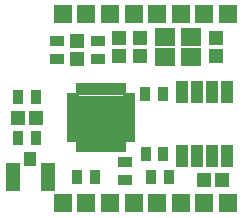
<source format=gts>
G04 #@! TF.GenerationSoftware,KiCad,Pcbnew,(2017-11-08 revision cd21218)-HEAD*
G04 #@! TF.CreationDate,2018-02-14T17:23:49+02:00*
G04 #@! TF.ProjectId,rfm69w_adapter,72666D3639775F616461707465722E6B,rev?*
G04 #@! TF.SameCoordinates,Original*
G04 #@! TF.FileFunction,Soldermask,Top*
G04 #@! TF.FilePolarity,Negative*
%FSLAX46Y46*%
G04 Gerber Fmt 4.6, Leading zero omitted, Abs format (unit mm)*
G04 Created by KiCad (PCBNEW (2017-11-08 revision cd21218)-HEAD) date Wed Feb 14 17:23:49 2018*
%MOMM*%
%LPD*%
G01*
G04 APERTURE LIST*
%ADD10R,1.600000X1.600000*%
%ADD11R,1.150000X1.200000*%
%ADD12R,1.200000X1.150000*%
%ADD13R,0.900000X1.300000*%
%ADD14R,1.300000X0.900000*%
%ADD15R,1.800000X1.600000*%
%ADD16R,1.100000X0.650000*%
%ADD17R,0.650000X1.100000*%
%ADD18R,2.125000X2.125000*%
%ADD19R,1.000000X1.950000*%
%ADD20R,1.190000X2.340000*%
%ADD21R,1.140000X1.190000*%
G04 APERTURE END LIST*
D10*
X131750000Y-79500000D03*
X129750000Y-79500000D03*
X127750000Y-79500000D03*
X125750000Y-79500000D03*
X123750000Y-79500000D03*
X121750000Y-79500000D03*
X119750000Y-79500000D03*
X117750000Y-79500000D03*
X131750000Y-63500000D03*
X129750000Y-63500000D03*
X127750000Y-63500000D03*
X125750000Y-63500000D03*
X123750000Y-63500000D03*
X119750000Y-63500000D03*
X121750000Y-63500000D03*
X117750000Y-63500000D03*
D11*
X130750000Y-65500000D03*
X130750000Y-67000000D03*
D12*
X114000000Y-72250000D03*
X115500000Y-72250000D03*
D13*
X115500000Y-74000000D03*
X114000000Y-74000000D03*
X114000000Y-70500000D03*
X115500000Y-70500000D03*
D12*
X129750000Y-77500000D03*
X131250000Y-77500000D03*
D13*
X126750000Y-77250000D03*
X125250000Y-77250000D03*
X119000000Y-77250000D03*
X120500000Y-77250000D03*
D11*
X124250000Y-67000000D03*
X124250000Y-65500000D03*
X122500000Y-65500000D03*
X122500000Y-67000000D03*
D14*
X120750000Y-67250000D03*
X120750000Y-65750000D03*
D11*
X119000000Y-65750000D03*
X119000000Y-67250000D03*
D14*
X117250000Y-67250000D03*
X117250000Y-65750000D03*
D13*
X124750000Y-70250000D03*
X126250000Y-70250000D03*
X124780000Y-75350000D03*
X126280000Y-75350000D03*
D15*
X128600000Y-67100000D03*
X126400000Y-67100000D03*
X126400000Y-65400000D03*
X128600000Y-65400000D03*
D16*
X118600000Y-70500000D03*
X118600000Y-71000000D03*
X118600000Y-71500000D03*
X118600000Y-72000000D03*
X118600000Y-72500000D03*
X118600000Y-73000000D03*
X118600000Y-73500000D03*
X118600000Y-74000000D03*
D17*
X119250000Y-74650000D03*
X119750000Y-74650000D03*
X120250000Y-74650000D03*
X120750000Y-74650000D03*
X121250000Y-74650000D03*
X121750000Y-74650000D03*
X122250000Y-74650000D03*
X122750000Y-74650000D03*
D16*
X123400000Y-74000000D03*
X123400000Y-73500000D03*
X123400000Y-73000000D03*
X123400000Y-72500000D03*
X123400000Y-72000000D03*
X123400000Y-71500000D03*
X123400000Y-71000000D03*
X123400000Y-70500000D03*
D17*
X122750000Y-69850000D03*
X122250000Y-69850000D03*
X121750000Y-69850000D03*
X121250000Y-69850000D03*
X120750000Y-69850000D03*
X120250000Y-69850000D03*
X119750000Y-69850000D03*
X119250000Y-69850000D03*
D18*
X121862500Y-73112500D03*
X121862500Y-71387500D03*
X120137500Y-73112500D03*
X120137500Y-71387500D03*
D19*
X131655000Y-70050000D03*
X130385000Y-70050000D03*
X129115000Y-70050000D03*
X127845000Y-70050000D03*
X127845000Y-75450000D03*
X129115000Y-75450000D03*
X130385000Y-75450000D03*
X131655000Y-75450000D03*
D20*
X116475000Y-77250000D03*
X113525000Y-77250000D03*
D21*
X115000000Y-75725000D03*
D14*
X123000000Y-77500000D03*
X123000000Y-76000000D03*
M02*

</source>
